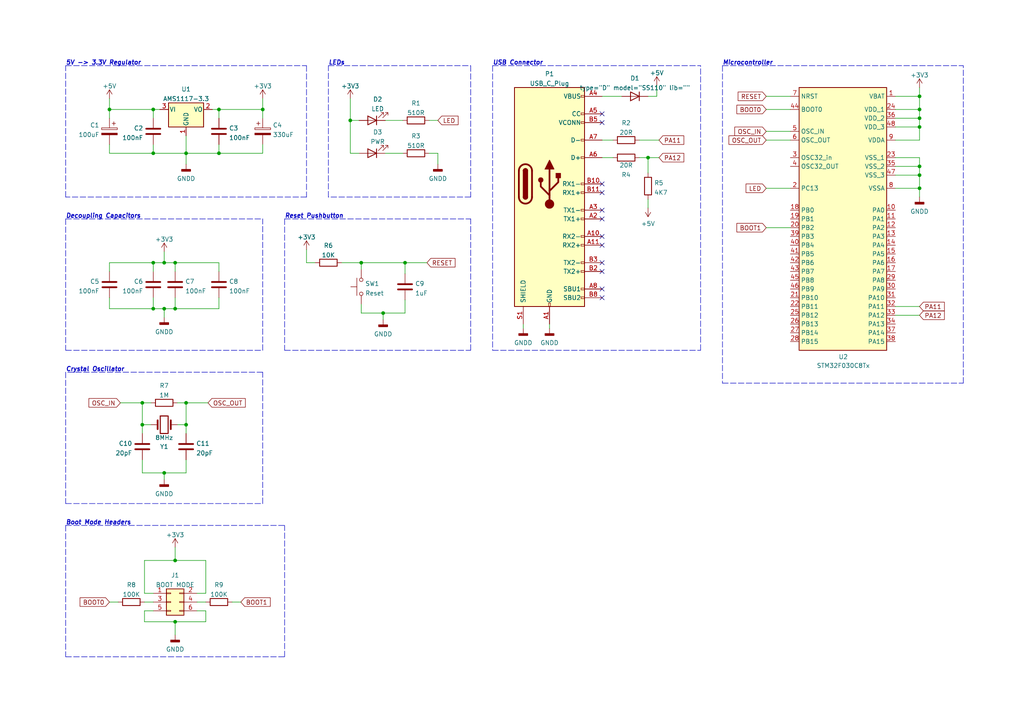
<source format=kicad_sch>
(kicad_sch (version 20211123) (generator eeschema)
  (paper "A4")
  (lib_symbols
    (symbol "Connector:USB_C_Plug" (pin_names (offset 1.016))
      (property "Reference" "P" (at -10.16 29.21 0))
      (property "Value" "USB_C_Plug" (at 10.16 29.21 0))
      (symbol "USB_C_Plug_0_0"
        (rectangle (start -0.254 -35.56) (end 0.254 -34.544))
        (rectangle (start 10.16 -32.766) (end 9.144 -33.274))
        (rectangle (start 10.16 -30.226) (end 9.144 -30.734))
        (rectangle (start 10.16 -25.146) (end 9.144 -25.654))
        (rectangle (start 10.16 -22.606) (end 9.144 -23.114))
        (rectangle (start 10.16 -17.526) (end 9.144 -18.034))
        (rectangle (start 10.16 -14.986) (end 9.144 -15.494))
        (rectangle (start 10.16 -9.906) (end 9.144 -10.414))
        (rectangle (start 10.16 -7.366) (end 9.144 -7.874))
        (rectangle (start 10.16 -2.286) (end 9.144 -2.794))
        (rectangle (start 10.16 0.254) (end 9.144 -0.254))
        (rectangle (start 10.16 7.874) (end 9.144 7.366))
        (rectangle (start 10.16 12.954) (end 9.144 12.446))
        (rectangle (start 10.16 18.034) (end 9.144 17.526))
        (rectangle (start 10.16 20.574) (end 9.144 20.066))
        (rectangle (start 10.16 25.654) (end 9.144 25.146))
      )
      (symbol "USB_C_Plug_0_1"
        (rectangle (start -10.16 27.94) (end 10.16 -35.56) (stroke (width 0.254)) (fill (type background)))
        (arc (start -8.89 -3.81) (mid -6.985 -5.715) (end -5.08 -3.81) (stroke (width 0.508)))
        (arc (start -7.62 -3.81) (mid -6.985 -4.445) (end -6.35 -3.81) (stroke (width 0.254)))
        (arc (start -7.62 -3.81) (mid -6.985 -4.445) (end -6.35 -3.81) (stroke (width 0.254)) (fill (type outline)))
        (rectangle (start -7.62 -3.81) (end -6.35 3.81) (stroke (width 0.254)) (fill (type outline)))
        (arc (start -6.35 3.81) (mid -6.985 4.445) (end -7.62 3.81) (stroke (width 0.254)))
        (arc (start -6.35 3.81) (mid -6.985 4.445) (end -7.62 3.81) (stroke (width 0.254)) (fill (type outline)))
        (arc (start -5.08 3.81) (mid -6.985 5.715) (end -8.89 3.81) (stroke (width 0.508)))
        (polyline (pts (xy -8.89 -3.81) (xy -8.89 3.81)) (stroke (width 0.508)))
        (polyline (pts (xy -5.08 3.81) (xy -5.08 -3.81)) (stroke (width 0.508)))
      )
      (symbol "USB_C_Plug_1_1"
        (circle (center -2.54 1.143) (radius 0.635) (stroke (width 0.254)) (fill (type outline)))
        (circle (center 0 -5.842) (radius 1.27) (fill (type outline)))
        (polyline (pts (xy 0 -5.842) (xy 0 4.318)) (stroke (width 0.508)))
        (polyline (pts (xy 0 -3.302) (xy -2.54 -0.762) (xy -2.54 0.508)) (stroke (width 0.508)))
        (polyline (pts (xy 0 -2.032) (xy 2.54 0.508) (xy 2.54 1.778)) (stroke (width 0.508)))
        (polyline (pts (xy -1.27 4.318) (xy 0 6.858) (xy 1.27 4.318) (xy -1.27 4.318)) (stroke (width 0.254)) (fill (type outline)))
        (rectangle (start 1.905 1.778) (end 3.175 3.048) (stroke (width 0.254)) (fill (type outline)))
        (pin passive line (at 0 -40.64 90) (length 5.08) (name "GND") (number "A1"))
        (pin bidirectional line (at 15.24 -15.24 180) (length 5.08) (name "RX2-") (number "A10"))
        (pin bidirectional line (at 15.24 -17.78 180) (length 5.08) (name "RX2+") (number "A11"))
        (pin passive line (at 0 -40.64 90) (length 5.08) hide (name "GND") (number "A12"))
        (pin bidirectional line (at 15.24 -10.16 180) (length 5.08) (name "TX1+") (number "A2"))
        (pin bidirectional line (at 15.24 -7.62 180) (length 5.08) (name "TX1-") (number "A3"))
        (pin passive line (at 15.24 25.4 180) (length 5.08) (name "VBUS") (number "A4"))
        (pin bidirectional line (at 15.24 20.32 180) (length 5.08) (name "CC") (number "A5"))
        (pin bidirectional line (at 15.24 7.62 180) (length 5.08) (name "D+") (number "A6"))
        (pin bidirectional line (at 15.24 12.7 180) (length 5.08) (name "D-") (number "A7"))
        (pin bidirectional line (at 15.24 -30.48 180) (length 5.08) (name "SBU1") (number "A8"))
        (pin passive line (at 15.24 25.4 180) (length 5.08) hide (name "VBUS") (number "A9"))
        (pin passive line (at 0 -40.64 90) (length 5.08) hide (name "GND") (number "B1"))
        (pin bidirectional line (at 15.24 0 180) (length 5.08) (name "RX1-") (number "B10"))
        (pin bidirectional line (at 15.24 -2.54 180) (length 5.08) (name "RX1+") (number "B11"))
        (pin passive line (at 0 -40.64 90) (length 5.08) hide (name "GND") (number "B12"))
        (pin bidirectional line (at 15.24 -25.4 180) (length 5.08) (name "TX2+") (number "B2"))
        (pin bidirectional line (at 15.24 -22.86 180) (length 5.08) (name "TX2-") (number "B3"))
        (pin passive line (at 15.24 25.4 180) (length 5.08) hide (name "VBUS") (number "B4"))
        (pin bidirectional line (at 15.24 17.78 180) (length 5.08) (name "VCONN") (number "B5"))
        (pin bidirectional line (at 15.24 -33.02 180) (length 5.08) (name "SBU2") (number "B8"))
        (pin passive line (at 15.24 25.4 180) (length 5.08) hide (name "VBUS") (number "B9"))
        (pin passive line (at -7.62 -40.64 90) (length 5.08) (name "SHIELD") (number "S1"))
      )
    )
    (symbol "Connector_Generic:Conn_02x03_Odd_Even" (pin_names (offset 1.016) hide)
      (property "Reference" "J" (at 1.27 5.08 0))
      (property "Value" "Conn_02x03_Odd_Even" (at 1.27 -5.08 0))
      (symbol "Conn_02x03_Odd_Even_1_1"
        (rectangle (start -1.27 -2.413) (end 0 -2.667) (stroke (width 0.1524)))
        (rectangle (start -1.27 0.127) (end 0 -0.127) (stroke (width 0.1524)))
        (rectangle (start -1.27 2.667) (end 0 2.413) (stroke (width 0.1524)))
        (rectangle (start -1.27 3.81) (end 3.81 -3.81) (stroke (width 0.254)) (fill (type background)))
        (rectangle (start 3.81 -2.413) (end 2.54 -2.667) (stroke (width 0.1524)))
        (rectangle (start 3.81 0.127) (end 2.54 -0.127) (stroke (width 0.1524)))
        (rectangle (start 3.81 2.667) (end 2.54 2.413) (stroke (width 0.1524)))
        (pin passive line (at -5.08 2.54 0) (length 3.81) (name "Pin_1") (number "1"))
        (pin passive line (at 7.62 2.54 180) (length 3.81) (name "Pin_2") (number "2"))
        (pin passive line (at -5.08 0 0) (length 3.81) (name "Pin_3") (number "3"))
        (pin passive line (at 7.62 0 180) (length 3.81) (name "Pin_4") (number "4"))
        (pin passive line (at -5.08 -2.54 0) (length 3.81) (name "Pin_5") (number "5"))
        (pin passive line (at 7.62 -2.54 180) (length 3.81) (name "Pin_6") (number "6"))
      )
    )
    (symbol "Device:C" (pin_numbers hide) (pin_names (offset 0.254))
      (property "Reference" "C" (at 0.635 2.54 0))
      (property "Value" "C" (at 0.635 -2.54 0))
      (symbol "C_0_1"
        (polyline (pts (xy -2.032 -0.762) (xy 2.032 -0.762)) (stroke (width 0.508)))
        (polyline (pts (xy -2.032 0.762) (xy 2.032 0.762)) (stroke (width 0.508)))
      )
      (symbol "C_1_1"
        (pin passive line (at 0 3.81 270) (length 2.794) (name "~") (number "1"))
        (pin passive line (at 0 -3.81 90) (length 2.794) (name "~") (number "2"))
      )
    )
    (symbol "Device:C_Polarized" (pin_numbers hide) (pin_names (offset 0.254))
      (property "Reference" "C" (at 0.635 2.54 0))
      (property "Value" "C_Polarized" (at 0.635 -2.54 0))
      (symbol "C_Polarized_0_1"
        (rectangle (start -2.286 0.508) (end 2.286 1.016))
        (polyline (pts (xy -1.778 2.286) (xy -0.762 2.286)))
        (polyline (pts (xy -1.27 2.794) (xy -1.27 1.778)))
        (rectangle (start 2.286 -0.508) (end -2.286 -1.016) (fill (type outline)))
      )
      (symbol "C_Polarized_1_1"
        (pin passive line (at 0 3.81 270) (length 2.794) (name "~") (number "1"))
        (pin passive line (at 0 -3.81 90) (length 2.794) (name "~") (number "2"))
      )
    )
    (symbol "Device:Crystal" (pin_numbers hide) (pin_names (offset 1.016) hide)
      (property "Reference" "Y" (at 0 3.81 0))
      (property "Value" "Crystal" (at 0 -3.81 0))
      (symbol "Crystal_0_1"
        (rectangle (start -1.143 2.54) (end 1.143 -2.54) (stroke (width 0.3048)))
        (polyline (pts (xy -2.54 0) (xy -1.905 0)))
        (polyline (pts (xy -1.905 -1.27) (xy -1.905 1.27)) (stroke (width 0.508)))
        (polyline (pts (xy 1.905 -1.27) (xy 1.905 1.27)) (stroke (width 0.508)))
        (polyline (pts (xy 2.54 0) (xy 1.905 0)))
      )
      (symbol "Crystal_1_1"
        (pin passive line (at -3.81 0 0) (length 1.27) (name "1") (number "1"))
        (pin passive line (at 3.81 0 180) (length 1.27) (name "2") (number "2"))
      )
    )
    (symbol "Device:LED" (pin_numbers hide) (pin_names (offset 1.016) hide)
      (property "Reference" "D" (at 0 2.54 0))
      (property "Value" "LED" (at 0 -2.54 0))
      (symbol "LED_0_1"
        (polyline (pts (xy -1.27 -1.27) (xy -1.27 1.27)) (stroke (width 0.254)))
        (polyline (pts (xy -1.27 0) (xy 1.27 0)))
        (polyline (pts (xy 1.27 -1.27) (xy 1.27 1.27) (xy -1.27 0) (xy 1.27 -1.27)) (stroke (width 0.254)))
        (polyline (pts (xy -3.048 -0.762) (xy -4.572 -2.286) (xy -3.81 -2.286) (xy -4.572 -2.286) (xy -4.572 -1.524)))
        (polyline (pts (xy -1.778 -0.762) (xy -3.302 -2.286) (xy -2.54 -2.286) (xy -3.302 -2.286) (xy -3.302 -1.524)))
      )
      (symbol "LED_1_1"
        (pin passive line (at -3.81 0 0) (length 2.54) (name "K") (number "1"))
        (pin passive line (at 3.81 0 180) (length 2.54) (name "A") (number "2"))
      )
    )
    (symbol "Device:R" (pin_numbers hide) (pin_names (offset 0))
      (property "Reference" "R" (at 2.032 0 90))
      (property "Value" "R" (at 0 0 90))
      (symbol "R_0_1"
        (rectangle (start -1.016 -2.54) (end 1.016 2.54) (stroke (width 0.254)))
      )
      (symbol "R_1_1"
        (pin passive line (at 0 3.81 270) (length 1.27) (name "~") (number "1"))
        (pin passive line (at 0 -3.81 90) (length 1.27) (name "~") (number "2"))
      )
    )
    (symbol "MCU_ST_STM32F0:STM32F030C8Tx"
      (property "Reference" "U?" (at 4.5594 -40.2495 0))
      (property "Value" "STM32F030C8Tx" (at 4.5594 -43.0246 0))
      (symbol "STM32F030C8Tx_0_1"
        (rectangle (start -12.7 -38.1) (end 12.7 38.1) (stroke (width 0.254)) (fill (type background)))
      )
      (symbol "STM32F030C8Tx_1_1"
        (pin power_in line (at 15.24 35.56 180) (length 2.54) (name "VBAT") (number "1"))
        (pin bidirectional line (at 15.24 2.54 180) (length 2.54) (name "PA0") (number "10"))
        (pin bidirectional line (at 15.24 0 180) (length 2.54) (name "PA1") (number "11"))
        (pin bidirectional line (at 15.24 -2.54 180) (length 2.54) (name "PA2") (number "12"))
        (pin bidirectional line (at 15.24 -5.08 180) (length 2.54) (name "PA3") (number "13"))
        (pin bidirectional line (at 15.24 -7.62 180) (length 2.54) (name "PA4") (number "14"))
        (pin bidirectional line (at 15.24 -10.16 180) (length 2.54) (name "PA5") (number "15"))
        (pin bidirectional line (at 15.24 -12.7 180) (length 2.54) (name "PA6") (number "16"))
        (pin bidirectional line (at 15.24 -15.24 180) (length 2.54) (name "PA7") (number "17"))
        (pin bidirectional line (at -15.24 2.54 0) (length 2.54) (name "PB0") (number "18"))
        (pin bidirectional line (at -15.24 0 0) (length 2.54) (name "PB1") (number "19"))
        (pin bidirectional line (at -15.24 8.89 0) (length 2.54) (name "PC13") (number "2"))
        (pin bidirectional line (at -15.24 -2.54 0) (length 2.54) (name "PB2") (number "20"))
        (pin bidirectional line (at -15.24 -22.86 0) (length 2.54) (name "PB10") (number "21"))
        (pin bidirectional line (at -15.24 -25.4 0) (length 2.54) (name "PB11") (number "22"))
        (pin power_in line (at 15.24 17.78 180) (length 2.54) (name "VSS_1") (number "23"))
        (pin power_in line (at 15.24 31.75 180) (length 2.54) (name "VDD_1") (number "24"))
        (pin bidirectional line (at -15.24 -27.94 0) (length 2.54) (name "PB12") (number "25"))
        (pin bidirectional line (at -15.24 -30.48 0) (length 2.54) (name "PB13") (number "26"))
        (pin bidirectional line (at -15.24 -33.02 0) (length 2.54) (name "PB14") (number "27"))
        (pin bidirectional line (at -15.24 -35.56 0) (length 2.54) (name "PB15") (number "28"))
        (pin bidirectional line (at 15.24 -17.78 180) (length 2.54) (name "PA8") (number "29"))
        (pin bidirectional line (at -15.24 17.78 0) (length 2.54) (name "OSC32_in") (number "3"))
        (pin bidirectional line (at 15.24 -20.32 180) (length 2.54) (name "PA9") (number "30"))
        (pin bidirectional line (at 15.24 -22.86 180) (length 2.54) (name "PA10") (number "31"))
        (pin bidirectional line (at 15.24 -25.4 180) (length 2.54) (name "PA11") (number "32"))
        (pin bidirectional line (at 15.24 -27.94 180) (length 2.54) (name "PA12") (number "33"))
        (pin bidirectional line (at 15.24 -30.48 180) (length 2.54) (name "PA13") (number "34"))
        (pin power_in line (at 15.24 15.24 180) (length 2.54) (name "VSS_2") (number "35"))
        (pin power_in line (at 15.24 29.21 180) (length 2.54) (name "VDD_2") (number "36"))
        (pin bidirectional line (at 15.24 -33.02 180) (length 2.54) (name "PA14") (number "37"))
        (pin bidirectional line (at 15.24 -35.56 180) (length 2.54) (name "PA15") (number "38"))
        (pin bidirectional line (at -15.24 -5.08 0) (length 2.54) (name "PB3") (number "39"))
        (pin bidirectional line (at -15.24 15.24 0) (length 2.54) (name "OSC32_OUT") (number "4"))
        (pin bidirectional line (at -15.24 -7.62 0) (length 2.54) (name "PB4") (number "40"))
        (pin bidirectional line (at -15.24 -10.16 0) (length 2.54) (name "PB5") (number "41"))
        (pin bidirectional line (at -15.24 -12.7 0) (length 2.54) (name "PB6") (number "42"))
        (pin bidirectional line (at -15.24 -15.24 0) (length 2.54) (name "PB7") (number "43"))
        (pin input line (at -15.24 31.75 0) (length 2.54) (name "BOOT0") (number "44"))
        (pin bidirectional line (at -15.24 -17.78 0) (length 2.54) (name "PB8") (number "45"))
        (pin bidirectional line (at -15.24 -20.32 0) (length 2.54) (name "PB9") (number "46"))
        (pin power_in line (at 15.24 12.7 180) (length 2.54) (name "VSS_3") (number "47"))
        (pin power_in line (at 15.24 26.67 180) (length 2.54) (name "VDD_3") (number "48"))
        (pin input line (at -15.24 25.4 0) (length 2.54) (name "OSC_IN") (number "5"))
        (pin input line (at -15.24 22.86 0) (length 2.54) (name "OSC_OUT") (number "6"))
        (pin input line (at -15.24 35.56 0) (length 2.54) (name "NRST") (number "7"))
        (pin power_in line (at 15.24 8.89 180) (length 2.54) (name "VSSA") (number "8"))
        (pin power_in line (at 15.24 22.86 180) (length 2.54) (name "VDDA") (number "9"))
      )
    )
    (symbol "Regulator_Linear:AMS1117-3.3" (pin_names (offset 0.254))
      (property "Reference" "U" (at -3.81 3.175 0))
      (property "Value" "AMS1117-3.3" (at 0 3.175 0))
      (symbol "AMS1117-3.3_0_1"
        (rectangle (start -5.08 -5.08) (end 5.08 1.905) (stroke (width 0.254)) (fill (type background)))
      )
      (symbol "AMS1117-3.3_1_1"
        (pin power_in line (at 0 -7.62 90) (length 2.54) (name "GND") (number "1"))
        (pin power_out line (at 7.62 0 180) (length 2.54) (name "VO") (number "2"))
        (pin power_in line (at -7.62 0 0) (length 2.54) (name "VI") (number "3"))
      )
    )
    (symbol "Simulation_SPICE:DIODE" (pin_numbers hide) (pin_names (offset 1.016) hide)
      (property "Reference" "D" (at 0 2.54 0))
      (property "Value" "DIODE" (at 0 -2.54 0))
      (symbol "DIODE_0_1"
        (polyline (pts (xy 1.27 0) (xy -1.27 0)))
        (polyline (pts (xy 1.27 1.27) (xy 1.27 -1.27)) (stroke (width 0.254)))
        (polyline (pts (xy -1.27 -1.27) (xy -1.27 1.27) (xy 1.27 0) (xy -1.27 -1.27)) (stroke (width 0.254)))
      )
      (symbol "DIODE_1_1"
        (pin passive line (at -3.81 0 0) (length 2.54) (name "A") (number "1"))
        (pin passive line (at 3.81 0 180) (length 2.54) (name "K") (number "2"))
      )
    )
    (symbol "Switch:SW_Push" (pin_numbers hide) (pin_names (offset 1.016) hide)
      (property "Reference" "SW" (at 1.27 2.54 0))
      (property "Value" "SW_Push" (at 0 -1.524 0))
      (symbol "SW_Push_0_1"
        (circle (center -2.032 0) (radius 0.508))
        (polyline (pts (xy 0 1.27) (xy 0 3.048)))
        (polyline (pts (xy 2.54 1.27) (xy -2.54 1.27)))
        (circle (center 2.032 0) (radius 0.508))
        (pin passive line (at -5.08 0 0) (length 2.54) (name "1") (number "1"))
        (pin passive line (at 5.08 0 180) (length 2.54) (name "2") (number "2"))
      )
    )
    (symbol "power:+3.3V" (power) (pin_names (offset 0))
      (property "Value" "+3.3V" (at 0 3.556 0))
      (symbol "+3.3V_0_1"
        (polyline (pts (xy -0.762 1.27) (xy 0 2.54)))
        (polyline (pts (xy 0 0) (xy 0 2.54)))
        (polyline (pts (xy 0 2.54) (xy 0.762 1.27)))
      )
      (symbol "+3.3V_1_1"
        (pin power_in line (at 0 0 90) (length 0) hide (name "+3V3") (number "1"))
      )
    )
    (symbol "power:+5V" (power) (pin_names (offset 0))
      (property "Value" "+5V" (at 0 3.556 0))
      (symbol "+5V_0_1"
        (polyline (pts (xy -0.762 1.27) (xy 0 2.54)))
        (polyline (pts (xy 0 0) (xy 0 2.54)))
        (polyline (pts (xy 0 2.54) (xy 0.762 1.27)))
      )
      (symbol "+5V_1_1"
        (pin power_in line (at 0 0 90) (length 0) hide (name "+5V") (number "1"))
      )
    )
    (symbol "power:GNDD" (power) (pin_names (offset 0))
      (property "Value" "GNDD" (at 0 -3.175 0))
      (symbol "GNDD_0_1"
        (rectangle (start -1.27 -1.524) (end 1.27 -2.032) (stroke (width 0.254)) (fill (type outline)))
        (polyline (pts (xy 0 0) (xy 0 -1.524)))
      )
      (symbol "GNDD_1_1"
        (pin power_in line (at 0 0 270) (length 0) hide (name "GNDD") (number "1"))
      )
    )
  )
  (junction (at 63.5 31.75))
  (junction (at 266.7 50.8))
  (junction (at 111.125 90.805))
  (junction (at 266.7 36.83))
  (junction (at 50.8 162.56))
  (junction (at 50.8 76.2))
  (junction (at 117.475 76.2))
  (junction (at 266.7 34.29))
  (junction (at 266.7 27.94))
  (junction (at 44.45 31.75))
  (junction (at 76.2 31.75))
  (junction (at 266.7 31.75))
  (junction (at 53.975 123.19))
  (junction (at 47.625 137.16))
  (junction (at 41.275 116.84))
  (junction (at 187.96 45.72))
  (junction (at 50.8 89.535))
  (junction (at 44.45 44.45))
  (junction (at 41.275 123.19))
  (junction (at 266.7 54.61))
  (junction (at 47.625 89.535))
  (junction (at 53.975 116.84))
  (junction (at 53.975 44.45))
  (junction (at 47.625 76.2))
  (junction (at 266.7 48.26))
  (junction (at 101.6 34.925))
  (junction (at 63.5 44.45))
  (junction (at 44.45 76.2))
  (junction (at 31.75 31.75))
  (junction (at 50.8 180.34))
  (junction (at 104.775 76.2))
  (junction (at 44.45 89.535))
  (no_connect (at 174.625 33.02))
  (no_connect (at 174.625 83.82))
  (no_connect (at 174.625 86.36))
  (no_connect (at 174.625 60.96))
  (no_connect (at 174.625 78.74))
  (no_connect (at 174.625 55.88))
  (no_connect (at 174.625 53.34))
  (no_connect (at 174.625 63.5))
  (no_connect (at 174.625 71.12))
  (no_connect (at 174.625 76.2))
  (no_connect (at 174.625 68.58))
  (no_connect (at 174.625 35.56))
  (wire (pts (xy 63.5 31.75) (xy 76.2 31.75)))
  (wire (pts (xy 41.91 177.165) (xy 44.45 177.165)))
  (polyline (pts (xy 279.4 111.125) (xy 279.4 19.05)))
  (wire (pts (xy 104.775 88.265) (xy 104.775 90.805)))
  (polyline (pts (xy 136.525 101.6) (xy 136.525 63.5)))
  (wire (pts (xy 222.25 54.61) (xy 229.235 54.61)))
  (wire (pts (xy 266.7 50.8) (xy 266.7 54.61)))
  (wire (pts (xy 63.5 34.29) (xy 63.5 31.75)))
  (wire (pts (xy 53.975 44.45) (xy 53.975 47.625)))
  (polyline (pts (xy 19.05 57.15) (xy 19.05 19.05)))
  (wire (pts (xy 50.8 180.34) (xy 50.8 184.15)))
  (wire (pts (xy 151.765 93.98) (xy 151.765 95.25)))
  (polyline (pts (xy 19.05 63.5) (xy 19.05 101.6)))
  (wire (pts (xy 50.8 180.34) (xy 41.91 180.34)))
  (polyline (pts (xy 209.55 111.125) (xy 279.4 111.125)))
  (wire (pts (xy 44.45 44.45) (xy 53.975 44.45)))
  (wire (pts (xy 50.8 162.56) (xy 59.69 162.56)))
  (wire (pts (xy 187.96 57.785) (xy 187.96 60.325)))
  (wire (pts (xy 57.15 177.165) (xy 59.69 177.165)))
  (wire (pts (xy 41.275 137.16) (xy 47.625 137.16)))
  (wire (pts (xy 41.91 162.56) (xy 50.8 162.56)))
  (wire (pts (xy 259.715 45.72) (xy 266.7 45.72)))
  (wire (pts (xy 222.25 38.1) (xy 229.235 38.1)))
  (wire (pts (xy 117.475 76.2) (xy 123.825 76.2)))
  (wire (pts (xy 53.975 123.19) (xy 53.975 125.73)))
  (wire (pts (xy 259.715 36.83) (xy 266.7 36.83)))
  (wire (pts (xy 104.14 34.925) (xy 101.6 34.925)))
  (wire (pts (xy 47.625 89.535) (xy 47.625 92.075)))
  (wire (pts (xy 63.5 41.91) (xy 63.5 44.45)))
  (wire (pts (xy 111.125 90.805) (xy 111.125 92.71)))
  (wire (pts (xy 43.815 123.19) (xy 41.275 123.19)))
  (wire (pts (xy 44.45 86.36) (xy 44.45 89.535)))
  (wire (pts (xy 59.69 172.085) (xy 57.15 172.085)))
  (wire (pts (xy 174.625 27.94) (xy 180.34 27.94)))
  (wire (pts (xy 44.45 89.535) (xy 47.625 89.535)))
  (wire (pts (xy 44.45 78.74) (xy 44.45 76.2)))
  (polyline (pts (xy 19.05 107.95) (xy 19.05 146.05)))
  (wire (pts (xy 50.8 76.2) (xy 63.5 76.2)))
  (wire (pts (xy 44.45 76.2) (xy 47.625 76.2)))
  (wire (pts (xy 41.91 180.34) (xy 41.91 177.165)))
  (wire (pts (xy 117.475 90.805) (xy 111.125 90.805)))
  (wire (pts (xy 67.31 174.625) (xy 69.85 174.625)))
  (polyline (pts (xy 76.2 107.95) (xy 19.05 107.95)))
  (wire (pts (xy 104.775 90.805) (xy 111.125 90.805)))
  (wire (pts (xy 266.7 31.75) (xy 266.7 34.29)))
  (wire (pts (xy 111.76 34.925) (xy 116.84 34.925)))
  (wire (pts (xy 44.45 34.29) (xy 44.45 31.75)))
  (wire (pts (xy 222.25 40.64) (xy 229.235 40.64)))
  (wire (pts (xy 41.275 133.35) (xy 41.275 137.16)))
  (wire (pts (xy 47.625 137.16) (xy 53.975 137.16)))
  (polyline (pts (xy 142.875 19.05) (xy 142.875 101.6)))
  (wire (pts (xy 61.595 31.75) (xy 63.5 31.75)))
  (polyline (pts (xy 95.25 57.15) (xy 95.25 19.05)))
  (polyline (pts (xy 88.9 19.05) (xy 88.9 57.15)))
  (wire (pts (xy 190.5 24.765) (xy 190.5 27.94)))
  (polyline (pts (xy 19.05 63.5) (xy 76.2 63.5)))
  (wire (pts (xy 53.975 116.84) (xy 60.325 116.84)))
  (polyline (pts (xy 19.05 152.4) (xy 19.05 190.5)))
  (wire (pts (xy 259.715 31.75) (xy 266.7 31.75)))
  (polyline (pts (xy 82.55 63.5) (xy 136.525 63.5)))
  (wire (pts (xy 47.625 137.16) (xy 47.625 139.065)))
  (wire (pts (xy 31.75 28.575) (xy 31.75 31.75)))
  (wire (pts (xy 101.6 28.575) (xy 101.6 34.925)))
  (wire (pts (xy 47.625 73.025) (xy 47.625 76.2)))
  (wire (pts (xy 43.815 116.84) (xy 41.275 116.84)))
  (wire (pts (xy 174.625 45.72) (xy 177.8 45.72)))
  (wire (pts (xy 31.75 78.74) (xy 31.75 76.2)))
  (polyline (pts (xy 76.2 146.05) (xy 76.2 107.95)))
  (wire (pts (xy 259.715 88.9) (xy 266.7 88.9)))
  (wire (pts (xy 53.975 116.84) (xy 53.975 123.19)))
  (wire (pts (xy 44.45 31.75) (xy 46.355 31.75)))
  (wire (pts (xy 104.775 76.2) (xy 104.775 78.105)))
  (wire (pts (xy 266.7 48.26) (xy 266.7 50.8)))
  (polyline (pts (xy 19.05 152.4) (xy 82.55 152.4)))
  (wire (pts (xy 88.9 76.2) (xy 91.44 76.2)))
  (polyline (pts (xy 209.55 19.05) (xy 279.4 19.05)))
  (wire (pts (xy 124.46 44.45) (xy 127 44.45)))
  (wire (pts (xy 104.14 44.45) (xy 101.6 44.45)))
  (wire (pts (xy 41.91 174.625) (xy 44.45 174.625)))
  (wire (pts (xy 34.925 116.84) (xy 41.275 116.84)))
  (wire (pts (xy 63.5 86.36) (xy 63.5 89.535)))
  (wire (pts (xy 41.275 123.19) (xy 41.275 125.73)))
  (wire (pts (xy 63.5 44.45) (xy 76.2 44.45)))
  (polyline (pts (xy 136.525 57.15) (xy 95.25 57.15)))
  (wire (pts (xy 57.15 174.625) (xy 59.69 174.625)))
  (wire (pts (xy 127 44.45) (xy 127 47.625)))
  (wire (pts (xy 31.75 89.535) (xy 44.45 89.535)))
  (wire (pts (xy 266.7 27.94) (xy 266.7 31.75)))
  (wire (pts (xy 50.8 89.535) (xy 47.625 89.535)))
  (polyline (pts (xy 76.2 101.6) (xy 76.2 63.5)))
  (wire (pts (xy 104.775 76.2) (xy 117.475 76.2)))
  (wire (pts (xy 117.475 79.375) (xy 117.475 76.2)))
  (wire (pts (xy 174.625 40.64) (xy 177.8 40.64)))
  (wire (pts (xy 88.9 72.39) (xy 88.9 76.2)))
  (wire (pts (xy 53.975 44.45) (xy 53.975 39.37)))
  (polyline (pts (xy 19.05 190.5) (xy 82.55 190.5)))
  (wire (pts (xy 63.5 89.535) (xy 50.8 89.535)))
  (wire (pts (xy 266.7 45.72) (xy 266.7 48.26)))
  (wire (pts (xy 31.75 86.36) (xy 31.75 89.535)))
  (wire (pts (xy 266.7 36.83) (xy 266.7 40.64)))
  (wire (pts (xy 222.25 27.94) (xy 229.235 27.94)))
  (wire (pts (xy 59.69 180.34) (xy 50.8 180.34)))
  (polyline (pts (xy 19.05 146.05) (xy 76.2 146.05)))
  (wire (pts (xy 59.69 162.56) (xy 59.69 172.085)))
  (wire (pts (xy 59.69 177.165) (xy 59.69 180.34)))
  (polyline (pts (xy 19.05 19.05) (xy 88.9 19.05)))
  (wire (pts (xy 259.715 27.94) (xy 266.7 27.94)))
  (wire (pts (xy 51.435 116.84) (xy 53.975 116.84)))
  (wire (pts (xy 259.715 50.8) (xy 266.7 50.8)))
  (wire (pts (xy 185.42 40.64) (xy 191.135 40.64)))
  (wire (pts (xy 31.75 34.29) (xy 31.75 31.75)))
  (wire (pts (xy 50.8 76.2) (xy 47.625 76.2)))
  (wire (pts (xy 31.75 41.91) (xy 31.75 44.45)))
  (wire (pts (xy 76.2 28.575) (xy 76.2 31.75)))
  (wire (pts (xy 31.75 31.75) (xy 44.45 31.75)))
  (wire (pts (xy 266.7 34.29) (xy 266.7 36.83)))
  (wire (pts (xy 99.06 76.2) (xy 104.775 76.2)))
  (wire (pts (xy 124.46 34.925) (xy 127 34.925)))
  (wire (pts (xy 159.385 93.98) (xy 159.385 95.25)))
  (wire (pts (xy 222.25 31.75) (xy 229.235 31.75)))
  (polyline (pts (xy 82.55 63.5) (xy 82.55 101.6)))
  (polyline (pts (xy 142.875 19.05) (xy 203.2 19.05)))
  (wire (pts (xy 31.75 44.45) (xy 44.45 44.45)))
  (wire (pts (xy 259.715 40.64) (xy 266.7 40.64)))
  (wire (pts (xy 187.96 45.72) (xy 187.96 50.165)))
  (wire (pts (xy 101.6 34.925) (xy 101.6 44.45)))
  (wire (pts (xy 41.275 116.84) (xy 41.275 123.19)))
  (wire (pts (xy 117.475 86.995) (xy 117.475 90.805)))
  (polyline (pts (xy 95.25 19.05) (xy 136.525 19.05)))
  (wire (pts (xy 266.7 25.4) (xy 266.7 27.94)))
  (wire (pts (xy 63.5 78.74) (xy 63.5 76.2)))
  (wire (pts (xy 187.96 45.72) (xy 191.135 45.72)))
  (wire (pts (xy 31.75 76.2) (xy 44.45 76.2)))
  (polyline (pts (xy 209.55 19.05) (xy 209.55 111.125)))
  (wire (pts (xy 76.2 34.29) (xy 76.2 31.75)))
  (polyline (pts (xy 88.9 57.15) (xy 19.05 57.15)))
  (wire (pts (xy 53.975 137.16) (xy 53.975 133.35)))
  (wire (pts (xy 76.2 41.91) (xy 76.2 44.45)))
  (polyline (pts (xy 136.525 19.05) (xy 136.525 57.15)))
  (wire (pts (xy 50.8 78.74) (xy 50.8 76.2)))
  (wire (pts (xy 44.45 41.91) (xy 44.45 44.45)))
  (polyline (pts (xy 82.55 190.5) (xy 82.55 152.4)))
  (wire (pts (xy 259.715 54.61) (xy 266.7 54.61)))
  (wire (pts (xy 259.715 48.26) (xy 266.7 48.26)))
  (wire (pts (xy 53.975 44.45) (xy 63.5 44.45)))
  (wire (pts (xy 41.91 172.085) (xy 41.91 162.56)))
  (wire (pts (xy 31.75 174.625) (xy 34.29 174.625)))
  (polyline (pts (xy 82.55 101.6) (xy 136.525 101.6)))
  (polyline (pts (xy 19.05 101.6) (xy 76.2 101.6)))
  (wire (pts (xy 187.96 27.94) (xy 190.5 27.94)))
  (wire (pts (xy 259.715 34.29) (xy 266.7 34.29)))
  (wire (pts (xy 50.8 158.75) (xy 50.8 162.56)))
  (wire (pts (xy 266.7 54.61) (xy 266.7 57.15)))
  (wire (pts (xy 222.25 66.04) (xy 229.235 66.04)))
  (wire (pts (xy 50.8 86.36) (xy 50.8 89.535)))
  (polyline (pts (xy 203.2 101.6) (xy 203.2 19.05)))
  (polyline (pts (xy 142.875 101.6) (xy 203.2 101.6)))
  (wire (pts (xy 111.76 44.45) (xy 116.84 44.45)))
  (wire (pts (xy 44.45 172.085) (xy 41.91 172.085)))
  (wire (pts (xy 51.435 123.19) (xy 53.975 123.19)))
  (wire (pts (xy 259.715 91.44) (xy 266.7 91.44)))
  (wire (pts (xy 185.42 45.72) (xy 187.96 45.72)))
  (text "LEDs" (at 95.25 19.05 0) (effects (font (size 1.27 1.27) bold italic) (justify left bottom)))
  (text "USB Connector" (at 142.875 19.05 0) (effects (font (size 1.27 1.27) bold italic) (justify left bottom)))
  (text "Crystal Oscillator" (at 19.05 107.95 0) (effects (font (size 1.27 1.27) bold italic) (justify left bottom)))
  (text "Microcontroller" (at 209.55 19.05 0) (effects (font (size 1.27 1.27) bold italic) (justify left bottom)))
  (text "Decoupling Capacitors" (at 19.05 63.5 0) (effects (font (size 1.27 1.27) (thickness 0.254) bold italic) (justify left bottom)))
  (text "Reset Pushbutton" (at 82.55 63.5 0) (effects (font (size 1.27 1.27) bold italic) (justify left bottom)))
  (text "Boot Mode Headers" (at 19.05 152.4 0) (effects (font (size 1.27 1.27) bold italic) (justify left bottom)))
  (text "5V -> 3.3V Regulator" (at 19.05 19.05 0) (effects (font (size 1.27 1.27) (thickness 0.254) bold italic) (justify left bottom)))
  (global_label "RESET" (shape input) (at 222.25 27.94 180) (property "Intersheet References" "${INTERSHEET_REFS}" (effects hide)))
  (global_label "OSC_OUT" (shape input) (at 60.325 116.84 0) (property "Intersheet References" "${INTERSHEET_REFS}" (effects hide)))
  (global_label "BOOT0" (shape input) (at 31.75 174.625 180) (property "Intersheet References" "${INTERSHEET_REFS}" (effects hide)))
  (global_label "RESET" (shape input) (at 123.825 76.2 0) (property "Intersheet References" "${INTERSHEET_REFS}" (effects hide)))
  (global_label "LED" (shape input) (at 222.25 54.61 180) (property "Intersheet References" "${INTERSHEET_REFS}" (effects hide)))
  (global_label "BOOT1" (shape input) (at 69.85 174.625 0) (property "Intersheet References" "${INTERSHEET_REFS}" (effects hide)))
  (global_label "LED" (shape input) (at 127 34.925 0) (property "Intersheet References" "${INTERSHEET_REFS}" (effects hide)))
  (global_label "PA12" (shape input) (at 266.7 91.44 0) (property "Intersheet References" "${INTERSHEET_REFS}" (effects hide)))
  (global_label "OSC_IN" (shape input) (at 222.25 38.1 180) (property "Intersheet References" "${INTERSHEET_REFS}" (effects hide)))
  (global_label "OSC_IN" (shape input) (at 34.925 116.84 180) (property "Intersheet References" "${INTERSHEET_REFS}" (effects hide)))
  (global_label "PA11" (shape input) (at 266.7 88.9 0) (property "Intersheet References" "${INTERSHEET_REFS}" (effects hide)))
  (global_label "BOOT0" (shape input) (at 222.25 31.75 180) (property "Intersheet References" "${INTERSHEET_REFS}" (effects hide)))
  (global_label "BOOT1" (shape input) (at 222.25 66.04 180) (property "Intersheet References" "${INTERSHEET_REFS}" (effects hide)))
  (global_label "PA11" (shape input) (at 191.135 40.64 0) (property "Intersheet References" "${INTERSHEET_REFS}" (effects hide)))
  (global_label "PA12" (shape input) (at 191.135 45.72 0) (property "Intersheet References" "${INTERSHEET_REFS}" (effects hide)))
  (global_label "OSC_OUT" (shape input) (at 222.25 40.64 180) (property "Intersheet References" "${INTERSHEET_REFS}" (effects hide)))
  (symbol (lib_id "Device:R") (at 95.25 76.2 270) (unit 1)
    (property "Reference" "R6" (at 95.25 71.2175 90))
    (property "Value" "10K" (at 95.25 73.9926 90))
    (property "Footprint" "Resistor_SMD:R_0603_1608Metric" (effects hide))
  )
  (symbol (lib_id "power:GNDD") (at 151.765 95.25 0) (unit 1)
    (property "Reference" "#PWR014" (effects hide))
    (property "Value" "GNDD" (at 151.765 99.4315 0))
  )
  (symbol (lib_id "Device:LED") (at 107.95 44.45 180) (unit 1)
    (property "Reference" "D3" (at 109.5375 38.3245 0))
    (property "Value" "PWR" (at 109.5375 41.0996 0))
    (property "Footprint" "Diode_SMD:D_0201_0603Metric" (effects hide))
  )
  (symbol (lib_id "power:+5V") (at 187.96 60.325 180) (unit 1)
    (property "Reference" "#PWR09" (effects hide))
    (property "Value" "+5V" (at 187.96 64.8875 0))
  )
  (symbol (lib_id "power:GNDD") (at 47.625 92.075 0) (unit 1)
    (property "Reference" "#PWR012" (effects hide))
    (property "Value" "GNDD" (at 47.625 96.2565 0))
  )
  (symbol (lib_id "Device:C") (at 50.8 82.55 0) (unit 1)
    (property "Reference" "C7" (at 53.721 81.6415 0) (effects (justify left)))
    (property "Value" "100nF" (at 53.721 84.4166 0) (effects (justify left)))
    (property "Footprint" "Capacitor_SMD:C_0603_1608Metric" (effects hide))
  )
  (symbol (lib_id "Device:LED") (at 107.95 34.925 180) (unit 1)
    (property "Reference" "D2" (at 109.5375 28.7995 0))
    (property "Value" "LED" (at 109.5375 31.5746 0))
    (property "Footprint" "Diode_SMD:D_0201_0603Metric" (effects hide))
  )
  (symbol (lib_id "Regulator_Linear:AMS1117-3.3") (at 53.975 31.75 0) (unit 1)
    (property "Reference" "U1" (at 53.975 25.8785 0))
    (property "Value" "AMS1117-3.3" (at 53.975 28.6536 0))
    (property "Footprint" "Package_TO_SOT_SMD:SOT-223-3_TabPin2" (effects hide))
    (property "Datasheet" "http://www.advanced-monolithic.com/pdf/ds1117.pdf" (effects hide))
  )
  (symbol (lib_id "Device:R") (at 187.96 53.975 180) (unit 1)
    (property "Reference" "R5" (at 189.738 53.0665 0) (effects (justify right)))
    (property "Value" "4K7" (at 189.738 55.8416 0) (effects (justify right)))
    (property "Footprint" "Resistor_SMD:R_0603_1608Metric" (effects hide))
  )
  (symbol (lib_id "Device:C") (at 63.5 82.55 0) (unit 1)
    (property "Reference" "C8" (at 66.421 81.6415 0) (effects (justify left)))
    (property "Value" "100nF" (at 66.421 84.4166 0) (effects (justify left)))
    (property "Footprint" "Capacitor_SMD:C_0603_1608Metric" (effects hide))
  )
  (symbol (lib_id "Device:C_Polarized") (at 76.2 38.1 0) (unit 1)
    (property "Reference" "C4" (at 79.121 36.3025 0) (effects (justify left)))
    (property "Value" "330uF" (at 79.121 39.0776 0) (effects (justify left)))
    (property "Footprint" "Capacitor_SMD:C_0603_1608Metric" (effects hide))
  )
  (symbol (lib_id "Device:C") (at 53.975 129.54 0) (unit 1)
    (property "Reference" "C11" (at 56.896 128.6315 0) (effects (justify left)))
    (property "Value" "20pF" (at 56.896 131.4066 0) (effects (justify left)))
    (property "Footprint" "Capacitor_SMD:C_0603_1608Metric" (effects hide))
  )
  (symbol (lib_id "Device:R") (at 181.61 45.72 90) (mirror x) (unit 1)
    (property "Reference" "R4" (at 181.61 50.7025 90))
    (property "Value" "20R" (at 181.61 47.9274 90))
    (property "Footprint" "Resistor_SMD:R_0603_1608Metric" (effects hide))
  )
  (symbol (lib_id "Device:C") (at 63.5 38.1 0) (unit 1)
    (property "Reference" "C3" (at 66.421 37.1915 0) (effects (justify left)))
    (property "Value" "100nF" (at 66.421 39.9666 0) (effects (justify left)))
    (property "Footprint" "Capacitor_SMD:C_0603_1608Metric" (effects hide))
  )
  (symbol (lib_id "Connector:USB_C_Plug") (at 159.385 53.34 0) (unit 1)
    (property "Reference" "P1" (at 159.385 21.4335 0))
    (property "Value" "USB_C_Plug" (at 159.385 24.2086 0))
    (property "Footprint" "Connector_USB:USB_C_Receptacle_HRO_TYPE-C-31-M-12" (effects hide))
    (property "Datasheet" "https://www.usb.org/sites/default/files/documents/usb_type-c.zip" (effects hide))
  )
  (symbol (lib_id "Simulation_SPICE:DIODE") (at 184.15 27.94 0) (unit 1)
    (property "Reference" "D1" (at 184.15 22.7035 0))
    (property "Value" "SS110" (at 184.15 25.4786 0))
    (property "Footprint" "Diode_SMD:D_SMA" (effects hide))
    (property "Spice_Netlist_Enabled" "Y" (effects hide))
    (property "Spice_Primitive" "D" (effects hide))
  )
  (symbol (lib_id "power:+5V") (at 31.75 28.575 0) (unit 1)
    (property "Reference" "#PWR03" (effects hide))
    (property "Value" "+5V" (at 31.75 24.9705 0))
  )
  (symbol (lib_id "power:+3.3V") (at 88.9 72.39 0) (unit 1)
    (property "Reference" "#PWR010" (effects hide))
    (property "Value" "+3.3V" (at 88.9 68.7855 0))
  )
  (symbol (lib_id "Device:R") (at 47.625 116.84 90) (unit 1)
    (property "Reference" "R7" (at 47.625 111.8575 90))
    (property "Value" "1M" (at 47.625 114.6326 90))
    (property "Footprint" "Resistor_SMD:R_0603_1608Metric" (effects hide))
  )
  (symbol (lib_id "power:GNDD") (at 111.125 92.71 0) (unit 1)
    (property "Reference" "#PWR013" (effects hide))
    (property "Value" "GNDD" (at 111.125 96.8915 0))
  )
  (symbol (lib_id "Device:R") (at 120.65 44.45 90) (mirror x) (unit 1)
    (property "Reference" "R3" (at 120.65 39.4675 90))
    (property "Value" "510R" (at 120.65 42.2426 90))
    (property "Footprint" "Resistor_SMD:R_0603_1608Metric" (effects hide))
  )
  (symbol (lib_id "Device:R") (at 120.65 34.925 90) (mirror x) (unit 1)
    (property "Reference" "R1" (at 120.65 29.9425 90))
    (property "Value" "510R" (at 120.65 32.7176 90))
    (property "Footprint" "Resistor_SMD:R_0603_1608Metric" (effects hide))
  )
  (symbol (lib_id "power:GNDD") (at 47.625 139.065 0) (unit 1)
    (property "Reference" "#PWR016" (effects hide))
    (property "Value" "GNDD" (at 47.625 143.2465 0))
  )
  (symbol (lib_id "power:GNDD") (at 266.7 57.15 0) (unit 1)
    (property "Reference" "#PWR08" (effects hide))
    (property "Value" "GNDD" (at 266.7 61.3315 0))
  )
  (symbol (lib_id "power:+3.3V") (at 76.2 28.575 0) (unit 1)
    (property "Reference" "#PWR04" (effects hide))
    (property "Value" "+3.3V" (at 76.2 24.9705 0))
  )
  (symbol (lib_id "Device:C") (at 44.45 38.1 0) (mirror y) (unit 1)
    (property "Reference" "C2" (at 41.529 37.1915 0) (effects (justify left)))
    (property "Value" "100nF" (at 41.529 39.9666 0) (effects (justify left)))
    (property "Footprint" "Capacitor_SMD:C_0603_1608Metric" (effects hide))
  )
  (symbol (lib_id "Device:R") (at 38.1 174.625 90) (unit 1)
    (property "Reference" "R8" (at 38.1 169.6425 90))
    (property "Value" "100K" (at 38.1 172.4176 90))
    (property "Footprint" "Resistor_SMD:R_0603_1608Metric" (effects hide))
  )
  (symbol (lib_id "power:+3.3V") (at 50.8 158.75 0) (unit 1)
    (property "Reference" "#PWR017" (effects hide))
    (property "Value" "+3.3V" (at 50.8 155.1455 0))
  )
  (symbol (lib_id "Device:C") (at 117.475 83.185 0) (unit 1)
    (property "Reference" "C9" (at 120.396 82.2765 0) (effects (justify left)))
    (property "Value" "1uF" (at 120.396 85.0516 0) (effects (justify left)))
    (property "Footprint" "Capacitor_SMD:C_0603_1608Metric" (effects hide))
  )
  (symbol (lib_id "power:+5V") (at 190.5 24.765 0) (unit 1)
    (property "Reference" "#PWR01" (effects hide))
    (property "Value" "+5V" (at 190.5 21.1605 0))
  )
  (symbol (lib_id "Device:C") (at 41.275 129.54 0) (mirror y) (unit 1)
    (property "Reference" "C10" (at 38.354 128.6315 0) (effects (justify left)))
    (property "Value" "20pF" (at 38.354 131.4066 0) (effects (justify left)))
    (property "Footprint" "Capacitor_SMD:C_0603_1608Metric" (effects hide))
  )
  (symbol (lib_id "power:+3.3V") (at 47.625 73.025 0) (unit 1)
    (property "Reference" "#PWR011" (effects hide))
    (property "Value" "+3.3V" (at 47.625 69.4205 0))
  )
  (symbol (lib_id "power:GNDD") (at 53.975 47.625 0) (unit 1)
    (property "Reference" "#PWR06" (effects hide))
    (property "Value" "GNDD" (at 53.975 51.8065 0))
  )
  (symbol (lib_id "Device:R") (at 181.61 40.64 90) (unit 1)
    (property "Reference" "R2" (at 181.61 35.6575 90))
    (property "Value" "20R" (at 181.61 38.4326 90))
    (property "Footprint" "Resistor_SMD:R_0603_1608Metric" (effects hide))
  )
  (symbol (lib_id "Device:C") (at 31.75 82.55 0) (mirror y) (unit 1)
    (property "Reference" "C5" (at 28.829 81.6415 0) (effects (justify left)))
    (property "Value" "100nF" (at 28.829 84.4166 0) (effects (justify left)))
    (property "Footprint" "Capacitor_SMD:C_0603_1608Metric" (effects hide))
  )
  (symbol (lib_id "Device:Crystal") (at 47.625 123.19 180) (unit 1)
    (property "Reference" "Y1" (at 47.625 129.54 0))
    (property "Value" "8MHz" (at 47.625 126.9468 0))
    (property "Footprint" "Crystal:Crystal_SMD_5032-2Pin_5.0x3.2mm" (effects hide))
  )
  (symbol (lib_id "Device:C_Polarized") (at 31.75 38.1 0) (mirror y) (unit 1)
    (property "Reference" "C1" (at 28.829 36.3025 0) (effects (justify left)))
    (property "Value" "100uF" (at 28.829 39.0776 0) (effects (justify left)))
    (property "Footprint" "Capacitor_SMD:C_0603_1608Metric" (effects hide))
  )
  (symbol (lib_id "power:GNDD") (at 50.8 184.15 0) (unit 1)
    (property "Reference" "#PWR018" (effects hide))
    (property "Value" "GNDD" (at 50.8 188.3315 0))
  )
  (symbol (lib_id "Device:R") (at 63.5 174.625 90) (unit 1)
    (property "Reference" "R9" (at 63.5 169.6425 90))
    (property "Value" "100K" (at 63.5 172.4176 90))
    (property "Footprint" "Resistor_SMD:R_0603_1608Metric" (effects hide))
  )
  (symbol (lib_id "power:GNDD") (at 127 47.625 0) (unit 1)
    (property "Reference" "#PWR07" (effects hide))
    (property "Value" "GNDD" (at 127 51.8065 0))
  )
  (symbol (lib_id "MCU_ST_STM32F0:STM32F030C8Tx") (at 244.475 63.5 0) (unit 1)
    (property "Reference" "U2" (at 243.205 103.505 0) (effects (justify left)))
    (property "Value" "STM32F030C8Tx" (at 236.855 106.045 0) (effects (justify left)))
    (property "Footprint" "Package_QFP:LQFP-48_7x7mm_P0.5mm" (effects hide))
    (property "Datasheet" "http://www.st.com/st-web-ui/static/active/en/resource/technical/document/datasheet/DM00088500.pdf" (effects hide))
  )
  (symbol (lib_id "power:GNDD") (at 159.385 95.25 0) (unit 1)
    (property "Reference" "#PWR015" (effects hide))
    (property "Value" "GNDD" (at 159.385 99.4315 0))
  )
  (symbol (lib_id "Switch:SW_Push") (at 104.775 83.185 90) (unit 1)
    (property "Reference" "SW1" (at 105.918 82.2765 90) (effects (justify right)))
    (property "Value" "Reset" (at 105.918 85.0516 90) (effects (justify right)))
    (property "Footprint" "Button_Switch_SMD:SW_SPST_B3U-1000P" (effects hide))
  )
  (symbol (lib_id "power:+3.3V") (at 101.6 28.575 0) (unit 1)
    (property "Reference" "#PWR05" (effects hide))
    (property "Value" "+3.3V" (at 101.6 24.9705 0))
  )
  (symbol (lib_id "power:+3.3V") (at 266.7 25.4 0) (unit 1)
    (property "Reference" "#PWR02" (effects hide))
    (property "Value" "+3.3V" (at 266.7 21.7955 0))
  )
  (symbol (lib_id "Device:C") (at 44.45 82.55 0) (mirror y) (unit 1)
    (property "Reference" "C6" (at 41.529 81.6415 0) (effects (justify left)))
    (property "Value" "100nF" (at 41.529 84.4166 0) (effects (justify left)))
    (property "Footprint" "Capacitor_SMD:C_0603_1608Metric" (effects hide))
  )
  (symbol (lib_id "Connector_Generic:Conn_02x03_Odd_Even") (at 49.53 174.625 0) (unit 1)
    (property "Reference" "J1" (at 50.8 166.8485 0))
    (property "Value" "BOOT MODE" (at 50.8 169.6236 0))
    (property "Footprint" "Connector_PinHeader_2.54mm:PinHeader_2x03_P2.54mm_Vertical_SMD" (effects hide))
  )
)
</source>
